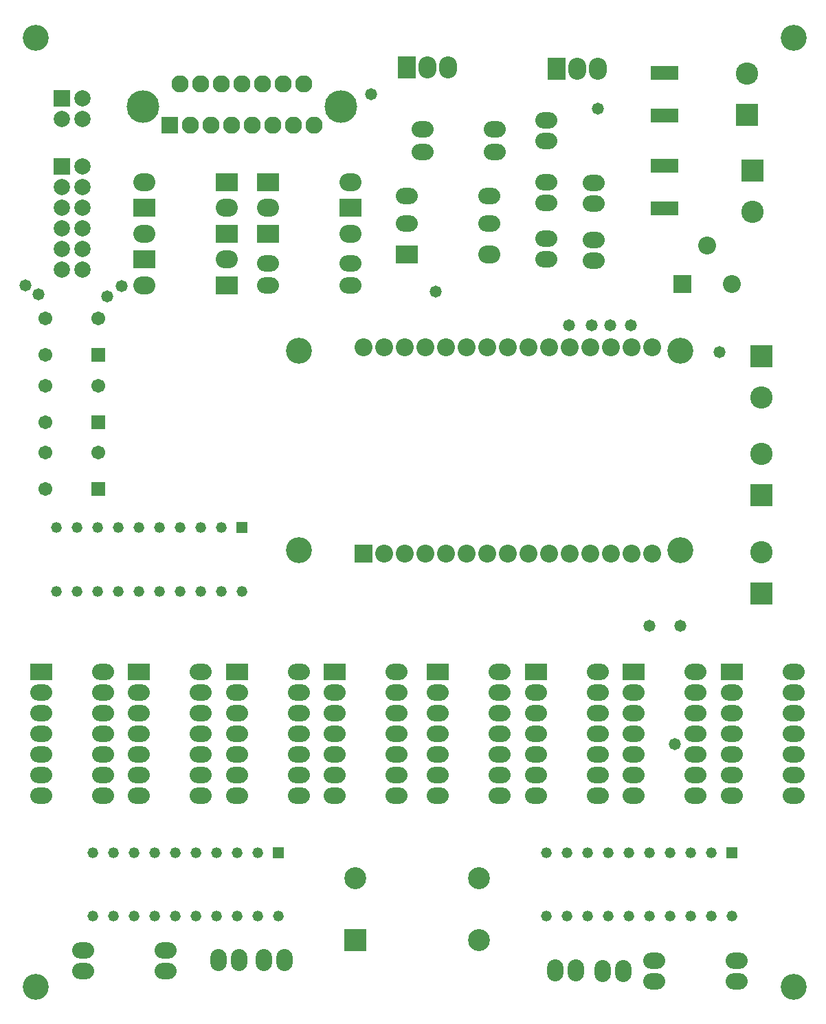
<source format=gts>
G04*
G04 #@! TF.GenerationSoftware,Altium Limited,Altium Designer,24.0.1 (36)*
G04*
G04 Layer_Color=8388736*
%FSLAX44Y44*%
%MOMM*%
G71*
G04*
G04 #@! TF.SameCoordinates,F5D6D73F-2C16-40EA-88EE-8A7EB2D9318C*
G04*
G04*
G04 #@! TF.FilePolarity,Negative*
G04*
G01*
G75*
%ADD16R,3.5052X1.7780*%
%ADD17O,2.2032X2.7032*%
%ADD18R,2.2032X2.7032*%
%ADD19C,2.7432*%
%ADD20R,2.7432X2.7432*%
%ADD21R,1.7112X1.7112*%
%ADD22C,1.7112*%
%ADD23O,2.7032X2.0032*%
%ADD24C,2.1082*%
%ADD25R,2.1082X2.1082*%
%ADD26C,4.0132*%
%ADD27C,3.2032*%
%ADD28R,2.2032X2.2032*%
%ADD29C,2.2032*%
%ADD30O,2.7032X2.0032*%
%ADD31R,2.2032X2.2032*%
%ADD32C,2.0032*%
%ADD33R,2.0032X2.0032*%
%ADD34O,2.7032X2.2032*%
%ADD35R,2.7032X2.2032*%
%ADD36R,2.7032X2.0032*%
%ADD37O,2.0032X2.7032*%
%ADD38C,2.7032*%
%ADD39R,2.7032X2.7032*%
%ADD40C,1.3208*%
%ADD41R,1.3208X1.3208*%
%ADD42C,1.4732*%
D16*
X679450Y1143762D02*
D03*
Y1091438D02*
D03*
Y1258062D02*
D03*
Y1205738D02*
D03*
D17*
X596900Y1263650D02*
D03*
X571500D02*
D03*
X412749Y1265237D02*
D03*
X387349D02*
D03*
D18*
X546100Y1263650D02*
D03*
X361949Y1265237D02*
D03*
D19*
X781050Y1257300D02*
D03*
X787399Y1087437D02*
D03*
X798829Y788987D02*
D03*
Y858837D02*
D03*
Y668337D02*
D03*
D20*
X781050Y1206500D02*
D03*
X787399Y1138237D02*
D03*
X798829Y738187D02*
D03*
Y909637D02*
D03*
Y617537D02*
D03*
D21*
X-18300Y745850D02*
D03*
Y910950D02*
D03*
Y828400D02*
D03*
D22*
X-83300Y745850D02*
D03*
X-18300Y790850D02*
D03*
X-83300D02*
D03*
Y910950D02*
D03*
X-18300Y955950D02*
D03*
X-83300D02*
D03*
Y828400D02*
D03*
X-18300Y873400D02*
D03*
X-83300D02*
D03*
D23*
X-36830Y177800D02*
D03*
X64770D02*
D03*
X-88900Y495300D02*
D03*
Y469900D02*
D03*
Y444500D02*
D03*
Y419100D02*
D03*
Y393700D02*
D03*
Y368300D02*
D03*
X-12700Y520700D02*
D03*
Y495300D02*
D03*
Y469900D02*
D03*
Y444500D02*
D03*
Y419100D02*
D03*
Y393700D02*
D03*
Y368300D02*
D03*
X463550Y1073150D02*
D03*
X361950D02*
D03*
X361949Y1106487D02*
D03*
X463549D02*
D03*
X292100Y996950D02*
D03*
X190500D02*
D03*
X190499Y1023937D02*
D03*
X292099D02*
D03*
X762000Y495300D02*
D03*
Y469900D02*
D03*
Y444500D02*
D03*
Y419100D02*
D03*
Y393700D02*
D03*
Y368300D02*
D03*
X838200Y520700D02*
D03*
Y495300D02*
D03*
Y469900D02*
D03*
Y444500D02*
D03*
Y419100D02*
D03*
Y393700D02*
D03*
Y368300D02*
D03*
X641350Y495300D02*
D03*
Y469900D02*
D03*
Y444500D02*
D03*
Y419100D02*
D03*
Y393700D02*
D03*
Y368300D02*
D03*
X717550Y520700D02*
D03*
Y495300D02*
D03*
Y469900D02*
D03*
Y444500D02*
D03*
Y419100D02*
D03*
Y393700D02*
D03*
Y368300D02*
D03*
X520700Y495300D02*
D03*
Y469900D02*
D03*
Y444500D02*
D03*
Y419100D02*
D03*
Y393700D02*
D03*
Y368300D02*
D03*
X596900Y520700D02*
D03*
Y495300D02*
D03*
Y469900D02*
D03*
Y444500D02*
D03*
Y419100D02*
D03*
Y393700D02*
D03*
Y368300D02*
D03*
X400050Y495300D02*
D03*
Y469900D02*
D03*
Y444500D02*
D03*
Y419100D02*
D03*
Y393700D02*
D03*
Y368300D02*
D03*
X476250Y520700D02*
D03*
Y495300D02*
D03*
Y469900D02*
D03*
Y444500D02*
D03*
Y419100D02*
D03*
Y393700D02*
D03*
Y368300D02*
D03*
X273050Y495300D02*
D03*
Y469900D02*
D03*
Y444500D02*
D03*
Y419100D02*
D03*
Y393700D02*
D03*
Y368300D02*
D03*
X349250Y520700D02*
D03*
Y495300D02*
D03*
Y469900D02*
D03*
Y444500D02*
D03*
Y419100D02*
D03*
Y393700D02*
D03*
Y368300D02*
D03*
X152400Y495300D02*
D03*
Y469900D02*
D03*
Y444500D02*
D03*
Y419100D02*
D03*
Y393700D02*
D03*
Y368300D02*
D03*
X228600Y520700D02*
D03*
Y495300D02*
D03*
Y469900D02*
D03*
Y444500D02*
D03*
Y419100D02*
D03*
Y393700D02*
D03*
Y368300D02*
D03*
X31750Y495300D02*
D03*
Y469900D02*
D03*
Y444500D02*
D03*
Y419100D02*
D03*
Y393700D02*
D03*
Y368300D02*
D03*
X107950Y520700D02*
D03*
Y495300D02*
D03*
Y469900D02*
D03*
Y444500D02*
D03*
Y419100D02*
D03*
Y393700D02*
D03*
Y368300D02*
D03*
X666750Y165100D02*
D03*
X768350D02*
D03*
X666750Y139700D02*
D03*
X768350D02*
D03*
X-36830Y152400D02*
D03*
X64770D02*
D03*
D24*
X247650Y1193800D02*
D03*
X234950Y1244600D02*
D03*
X222250Y1193800D02*
D03*
X209550Y1244600D02*
D03*
X196850Y1193800D02*
D03*
X184150Y1244600D02*
D03*
X171450Y1193800D02*
D03*
X158750Y1244600D02*
D03*
X146050Y1193800D02*
D03*
X133350Y1244600D02*
D03*
X120650Y1193800D02*
D03*
X107950Y1244600D02*
D03*
X95250Y1193800D02*
D03*
X82550Y1244600D02*
D03*
D25*
X69850Y1193800D02*
D03*
D26*
X280670Y1216914D02*
D03*
X36830D02*
D03*
D27*
X228800Y916050D02*
D03*
X698300Y670950D02*
D03*
Y916050D02*
D03*
X228800Y670950D02*
D03*
X838200Y133350D02*
D03*
X-95250Y1301750D02*
D03*
X838200D02*
D03*
X-95250Y133350D02*
D03*
D28*
X308400Y666750D02*
D03*
D29*
X333800D02*
D03*
X359200D02*
D03*
X384600D02*
D03*
X410000D02*
D03*
X435400D02*
D03*
X460800D02*
D03*
X486200D02*
D03*
X511600D02*
D03*
X537000D02*
D03*
X562400D02*
D03*
X587800D02*
D03*
X613200D02*
D03*
X638600D02*
D03*
X664000D02*
D03*
X308400Y920750D02*
D03*
X333800D02*
D03*
X359200D02*
D03*
X384600D02*
D03*
X410000D02*
D03*
X435400D02*
D03*
X460800D02*
D03*
X486200D02*
D03*
X511600D02*
D03*
X537000D02*
D03*
X562400D02*
D03*
X587800D02*
D03*
X613200D02*
D03*
X638600D02*
D03*
X664000D02*
D03*
X761840Y998601D02*
D03*
X731360Y1045591D02*
D03*
D30*
X469899Y1161097D02*
D03*
Y1189037D02*
D03*
X533400Y1098550D02*
D03*
Y1123950D02*
D03*
Y1054100D02*
D03*
Y1028700D02*
D03*
Y1174750D02*
D03*
Y1200150D02*
D03*
X591820Y1097490D02*
D03*
Y1122890D02*
D03*
Y1052830D02*
D03*
Y1027430D02*
D03*
X380999Y1161097D02*
D03*
Y1189037D02*
D03*
D31*
X700880Y998601D02*
D03*
D32*
X-38100Y1016000D02*
D03*
X-63500D02*
D03*
X-38100Y1041400D02*
D03*
X-63500D02*
D03*
X-38100Y1066800D02*
D03*
X-63500D02*
D03*
X-38100Y1092200D02*
D03*
X-63500D02*
D03*
X-38100Y1117600D02*
D03*
X-63500D02*
D03*
X-38100Y1143000D02*
D03*
X-38101Y1227137D02*
D03*
X-63501Y1201737D02*
D03*
X-38101D02*
D03*
D33*
X-63500Y1143000D02*
D03*
X-63501Y1227137D02*
D03*
D34*
X463550Y1035050D02*
D03*
X38100Y996950D02*
D03*
Y1123950D02*
D03*
X139700Y1092200D02*
D03*
X292100Y1123950D02*
D03*
X190500Y1092200D02*
D03*
X38100Y1060450D02*
D03*
X139700Y1028700D02*
D03*
X292100Y1060450D02*
D03*
D35*
X361950Y1035050D02*
D03*
X139700Y996950D02*
D03*
Y1123950D02*
D03*
X38100Y1092200D02*
D03*
X190500Y1123950D02*
D03*
X292100Y1092200D02*
D03*
X139700Y1060450D02*
D03*
X38100Y1028700D02*
D03*
X190500Y1060450D02*
D03*
D36*
X-88900Y520700D02*
D03*
X762000D02*
D03*
X641350D02*
D03*
X520700D02*
D03*
X400050D02*
D03*
X273050D02*
D03*
X152400D02*
D03*
X31750D02*
D03*
D37*
X129540Y166370D02*
D03*
X154940D02*
D03*
X544830Y153670D02*
D03*
X570230D02*
D03*
X603250Y152400D02*
D03*
X628650D02*
D03*
X210611Y166370D02*
D03*
X185210D02*
D03*
D38*
X298450Y266700D02*
D03*
X450850D02*
D03*
Y190500D02*
D03*
D39*
X298450D02*
D03*
D40*
X762000Y220030D02*
D03*
X736600D02*
D03*
X711200D02*
D03*
X685800D02*
D03*
X660400D02*
D03*
X635000D02*
D03*
X609600D02*
D03*
X584200D02*
D03*
X558800D02*
D03*
X533400D02*
D03*
Y298450D02*
D03*
X558800D02*
D03*
X584200D02*
D03*
X609600D02*
D03*
X635000D02*
D03*
X660400D02*
D03*
X685800D02*
D03*
X711200D02*
D03*
X736600D02*
D03*
X158750Y620080D02*
D03*
X133350D02*
D03*
X107950D02*
D03*
X82550D02*
D03*
X57150D02*
D03*
X31750D02*
D03*
X6350D02*
D03*
X-19050D02*
D03*
X-44450D02*
D03*
X-69850D02*
D03*
Y698500D02*
D03*
X-44450D02*
D03*
X-19050D02*
D03*
X6350D02*
D03*
X31750D02*
D03*
X57150D02*
D03*
X82550D02*
D03*
X107950D02*
D03*
X133350D02*
D03*
X203200Y220030D02*
D03*
X177800D02*
D03*
X152400D02*
D03*
X127000D02*
D03*
X101600D02*
D03*
X76200D02*
D03*
X50800D02*
D03*
X25400D02*
D03*
X0D02*
D03*
X-25400D02*
D03*
Y298450D02*
D03*
X0D02*
D03*
X25400D02*
D03*
X50800D02*
D03*
X76200D02*
D03*
X101600D02*
D03*
X127000D02*
D03*
X152400D02*
D03*
X177800D02*
D03*
D41*
X762000D02*
D03*
X158750Y698500D02*
D03*
X203200Y298450D02*
D03*
D42*
X637540Y947420D02*
D03*
X612140D02*
D03*
X589280D02*
D03*
X596900Y1214120D02*
D03*
X561340Y947420D02*
D03*
X10160Y995680D02*
D03*
X-7620Y982980D02*
D03*
X-91819Y986026D02*
D03*
X746760Y914400D02*
D03*
X-107950Y996950D02*
D03*
X397410Y989330D02*
D03*
X692150Y431800D02*
D03*
X698500Y577850D02*
D03*
X660400D02*
D03*
X317500Y1231900D02*
D03*
M02*

</source>
